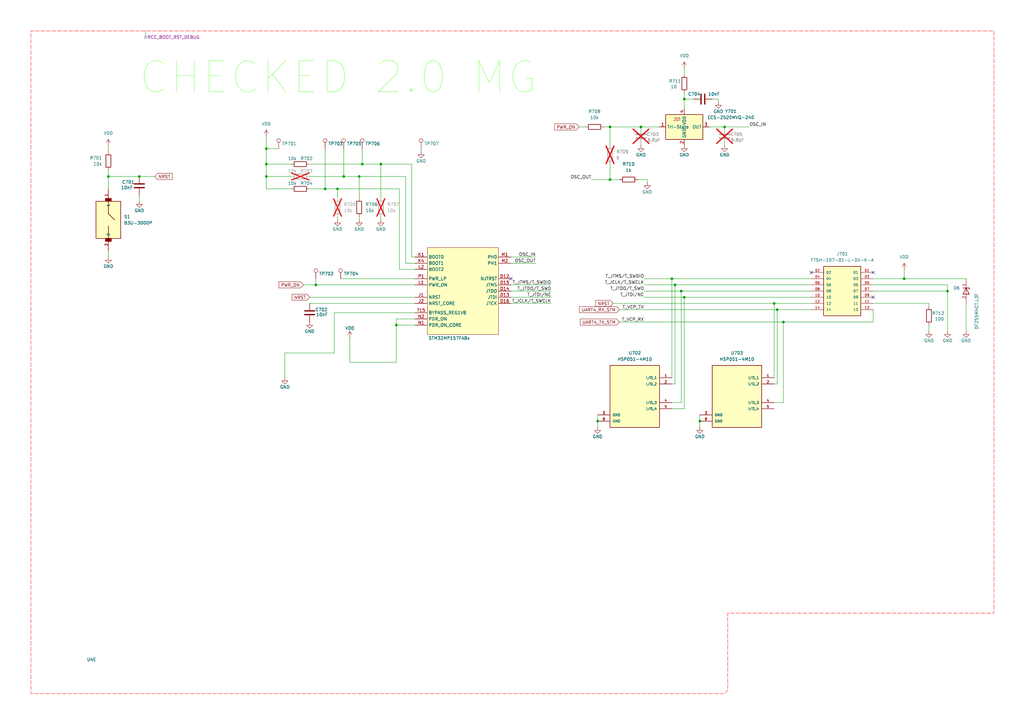
<source format=kicad_sch>
(kicad_sch (version 20250114) (generator "eeschema") (generator_version "9.0")
  (paper "A3")
  (title_block (company "COMPANY_NAME") (comment 1 "Author: Mykola Grodskyi") (comment 2 "Copyright © 2025 Mykola Grodskyi.") (comment 3 "Licensed under CERN-OHL-S v2 (see LICENSE for details)") (comment 4 "PROVIDED \"AS IS\" WITHOUT WARRANTY OF ANY KIND") (comment 5 "Source: github.com/"))
  (text "CHECKED 2.0 MG\n" (at 138.684 32.004 0) (effects (font (size 12.7 12.7))))
  (junction (at 297.18 52.07))
  (junction (at 140.97 72.39))
  (junction (at 321.31 132.08))
  (junction (at 148.59 67.31))
  (junction (at 275.59 114.3))
  (junction (at 109.22 72.39))
  (junction (at 129.54 116.84))
  (junction (at 317.5 124.46))
  (junction (at 138.43 77.47))
  (junction (at 262.89 52.07))
  (junction (at 133.35 77.47))
  (junction (at 287.02 172.72))
  (junction (at 109.22 60.96))
  (junction (at 245.11 172.72))
  (junction (at 250.19 73.66))
  (junction (at 162.56 133.35))
  (junction (at 388.62 119.38))
  (junction (at 280.67 121.92))
  (junction (at 156.21 67.31))
  (junction (at 370.84 114.3))
  (junction (at 250.19 52.07))
  (junction (at 109.22 67.31))
  (junction (at 57.15 72.39))
  (junction (at 44.45 72.39))
  (junction (at 280.67 40.64))
  (junction (at 279.4 119.38))
  (junction (at 147.32 72.39))
  (junction (at 276.86 116.84))
  (junction (at 318.77 127))
  (no_connect (at 209.55 114.3))
  (no_connect (at 358.14 121.92))
  (no_connect (at 358.14 111.76))
  (no_connect (at 332.74 111.76))
  (wire (pts (xy 264.16 116.84) (xy 276.86 116.84)))
  (wire (pts (xy 250.19 67.31) (xy 250.19 73.66)))
  (wire (pts (xy 292.1 40.64) (xy 294.64 40.64)))
  (wire (pts (xy 317.5 157.48) (xy 318.77 157.48)))
  (wire (pts (xy 226.06 119.38) (xy 209.55 119.38)))
  (wire (pts (xy 388.62 119.38) (xy 388.62 116.84)))
  (wire (pts (xy 317.5 124.46) (xy 317.5 154.94)))
  (wire (pts (xy 127 67.31) (xy 148.59 67.31)))
  (wire (pts (xy 57.15 72.39) (xy 63.5 72.39)))
  (wire (pts (xy 247.65 52.07) (xy 250.19 52.07)))
  (wire (pts (xy 156.21 90.17) (xy 156.21 88.9)))
  (wire (pts (xy 264.16 121.92) (xy 280.67 121.92)))
  (wire (pts (xy 138.43 77.47) (xy 163.83 77.47)))
  (wire (pts (xy 137.16 144.78) (xy 137.16 128.27)))
  (wire (pts (xy 370.84 114.3) (xy 396.24 114.3)))
  (wire (pts (xy 170.18 110.49) (xy 163.83 110.49)))
  (wire (pts (xy 358.14 114.3) (xy 370.84 114.3)))
  (wire (pts (xy 264.16 119.38) (xy 279.4 119.38)))
  (wire (pts (xy 396.24 124.46) (xy 396.24 135.89)))
  (wire (pts (xy 116.84 144.78) (xy 116.84 154.94)))
  (wire (pts (xy 250.19 52.07) (xy 262.89 52.07)))
  (wire (pts (xy 275.59 114.3) (xy 332.74 114.3)))
  (wire (pts (xy 127 77.47) (xy 133.35 77.47)))
  (wire (pts (xy 254 127) (xy 318.77 127)))
  (wire (pts (xy 140.97 72.39) (xy 147.32 72.39)))
  (wire (pts (xy 321.31 132.08) (xy 358.14 132.08)))
  (wire (pts (xy 129.54 116.84) (xy 170.18 116.84)))
  (wire (pts (xy 254 73.66) (xy 250.19 73.66)))
  (wire (pts (xy 124.46 116.84) (xy 129.54 116.84)))
  (wire (pts (xy 162.56 130.81) (xy 162.56 133.35)))
  (wire (pts (xy 318.77 127) (xy 332.74 127)))
  (wire (pts (xy 44.45 72.39) (xy 44.45 77.47)))
  (wire (pts (xy 162.56 130.81) (xy 170.18 130.81)))
  (wire (pts (xy 275.59 114.3) (xy 275.59 154.94)))
  (wire (pts (xy 279.4 119.38) (xy 332.74 119.38)))
  (wire (pts (xy 137.16 128.27) (xy 170.18 128.27)))
  (wire (pts (xy 280.67 121.92) (xy 280.67 167.64)))
  (wire (pts (xy 245.11 170.18) (xy 245.11 172.72)))
  (wire (pts (xy 388.62 119.38) (xy 388.62 135.89)))
  (wire (pts (xy 162.56 133.35) (xy 162.56 148.59)))
  (wire (pts (xy 280.67 40.64) (xy 284.48 40.64)))
  (wire (pts (xy 381 135.89) (xy 381 133.35)))
  (wire (pts (xy 44.45 69.85) (xy 44.45 72.39)))
  (wire (pts (xy 280.67 38.1) (xy 280.67 40.64)))
  (wire (pts (xy 275.59 165.1) (xy 279.4 165.1)))
  (wire (pts (xy 166.37 107.95) (xy 170.18 107.95)))
  (wire (pts (xy 109.22 72.39) (xy 109.22 77.47)))
  (wire (pts (xy 163.83 110.49) (xy 163.83 77.47)))
  (wire (pts (xy 381 125.73) (xy 381 124.46)))
  (wire (pts (xy 275.59 167.64) (xy 280.67 167.64)))
  (wire (pts (xy 133.35 77.47) (xy 138.43 77.47)))
  (wire (pts (xy 226.06 121.92) (xy 209.55 121.92)))
  (wire (pts (xy 44.45 72.39) (xy 57.15 72.39)))
  (wire (pts (xy 358.14 119.38) (xy 388.62 119.38)))
  (wire (pts (xy 242.57 73.66) (xy 250.19 73.66)))
  (wire (pts (xy 147.32 72.39) (xy 147.32 81.28)))
  (wire (pts (xy 358.14 116.84) (xy 388.62 116.84)))
  (wire (pts (xy 287.02 170.18) (xy 287.02 172.72)))
  (wire (pts (xy 280.67 40.64) (xy 280.67 44.45)))
  (wire (pts (xy 321.31 132.08) (xy 321.31 165.1)))
  (wire (pts (xy 280.67 27.94) (xy 280.67 30.48)))
  (wire (pts (xy 109.22 67.31) (xy 119.38 67.31)))
  (wire (pts (xy 140.97 60.96) (xy 140.97 72.39)))
  (wire (pts (xy 147.32 72.39) (xy 166.37 72.39)))
  (wire (pts (xy 265.43 74.93) (xy 265.43 73.66)))
  (wire (pts (xy 370.84 110.49) (xy 370.84 114.3)))
  (wire (pts (xy 219.71 107.95) (xy 209.55 107.95)))
  (wire (pts (xy 156.21 67.31) (xy 156.21 81.28)))
  (wire (pts (xy 172.72 62.23) (xy 172.72 60.96)))
  (wire (pts (xy 166.37 72.39) (xy 166.37 107.95)))
  (wire (pts (xy 275.59 157.48) (xy 276.86 157.48)))
  (wire (pts (xy 318.77 127) (xy 318.77 157.48)))
  (wire (pts (xy 290.83 52.07) (xy 297.18 52.07)))
  (wire (pts (xy 358.14 124.46) (xy 381 124.46)))
  (wire (pts (xy 219.71 105.41) (xy 209.55 105.41)))
  (wire (pts (xy 109.22 60.96) (xy 109.22 67.31)))
  (wire (pts (xy 129.54 114.3) (xy 129.54 116.84)))
  (wire (pts (xy 280.67 121.92) (xy 332.74 121.92)))
  (wire (pts (xy 279.4 119.38) (xy 279.4 165.1)))
  (wire (pts (xy 358.14 132.08) (xy 358.14 127)))
  (wire (pts (xy 109.22 67.31) (xy 109.22 72.39)))
  (wire (pts (xy 162.56 133.35) (xy 170.18 133.35)))
  (wire (pts (xy 170.18 105.41) (xy 168.91 105.41)))
  (wire (pts (xy 287.02 172.72) (xy 287.02 175.26)))
  (wire (pts (xy 133.35 60.96) (xy 133.35 77.47)))
  (wire (pts (xy 148.59 67.31) (xy 156.21 67.31)))
  (wire (pts (xy 109.22 72.39) (xy 119.38 72.39)))
  (wire (pts (xy 317.5 165.1) (xy 321.31 165.1)))
  (wire (pts (xy 109.22 77.47) (xy 119.38 77.47)))
  (wire (pts (xy 44.45 59.69) (xy 44.45 62.23)))
  (wire (pts (xy 127 121.92) (xy 170.18 121.92)))
  (wire (pts (xy 143.51 148.59) (xy 162.56 148.59)))
  (wire (pts (xy 317.5 124.46) (xy 332.74 124.46)))
  (wire (pts (xy 139.7 114.3) (xy 170.18 114.3)))
  (wire (pts (xy 226.06 116.84) (xy 209.55 116.84)))
  (wire (pts (xy 276.86 116.84) (xy 332.74 116.84)))
  (wire (pts (xy 168.91 105.41) (xy 168.91 67.31)))
  (wire (pts (xy 143.51 138.43) (xy 143.51 148.59)))
  (wire (pts (xy 251.46 124.46) (xy 317.5 124.46)))
  (wire (pts (xy 264.16 114.3) (xy 275.59 114.3)))
  (wire (pts (xy 109.22 55.88) (xy 109.22 60.96)))
  (wire (pts (xy 138.43 90.17) (xy 138.43 88.9)))
  (wire (pts (xy 127 72.39) (xy 140.97 72.39)))
  (wire (pts (xy 57.15 82.55) (xy 57.15 80.01)))
  (wire (pts (xy 109.22 60.96) (xy 114.3 60.96)))
  (wire (pts (xy 44.45 105.41) (xy 44.45 102.87)))
  (wire (pts (xy 168.91 67.31) (xy 156.21 67.31)))
  (wire (pts (xy 147.32 90.17) (xy 147.32 88.9)))
  (wire (pts (xy 148.59 60.96) (xy 148.59 67.31)))
  (wire (pts (xy 254 132.08) (xy 321.31 132.08)))
  (wire (pts (xy 170.18 124.46) (xy 127 124.46)))
  (wire (pts (xy 250.19 52.07) (xy 250.19 59.69)))
  (wire (pts (xy 297.18 52.07) (xy 307.34 52.07)))
  (wire (pts (xy 116.84 144.78) (xy 137.16 144.78)))
  (wire (pts (xy 226.06 124.46) (xy 209.55 124.46)))
  (wire (pts (xy 138.43 77.47) (xy 138.43 81.28)))
  (wire (pts (xy 265.43 73.66) (xy 261.62 73.66)))
  (wire (pts (xy 237.49 52.07) (xy 240.03 52.07)))
  (wire (pts (xy 245.11 172.72) (xy 245.11 175.26)))
  (wire (pts (xy 276.86 116.84) (xy 276.86 157.48)))
  (wire (pts (xy 294.64 41.91) (xy 294.64 40.64)))
  (wire (pts (xy 262.89 52.07) (xy 270.51 52.07)))
  (label "OSC_OUT" (at 219.71 107.95 180))
  (label "T_JTDO{slash}T_SWO" (at 226.06 119.38 180))
  (label "T_VCP_TX" (at 264.16 127 180))
  (label "T_JTMS{slash}T_SWDIO" (at 226.06 116.84 180))
  (label "T_JTDI{slash}NC" (at 264.16 121.92 180))
  (label "T_JTDO{slash}T_SWO" (at 264.16 119.38 180))
  (label "T_JCLK{slash}T_SWCLK" (at 264.16 116.84 180))
  (label "T_JTMS{slash}T_SWDIO" (at 264.16 114.3 180))
  (label "OSC_IN" (at 219.71 105.41 180))
  (label "T_JCLK{slash}T_SWCLK" (at 226.06 124.46 180))
  (label "T_VCP_RX" (at 264.16 132.08 180))
  (label "T_JTDI{slash}NC" (at 226.06 121.92 180))
  (label "OSC_IN" (at 307.34 52.07 0))
  (label "OSC_OUT" (at 242.57 73.66 180))
  (global_label "UART4_TX_STM" (shape input) (at 254 132.08 180) (property "Intersheetrefs" "${INTERSHEET_REFS}" (effects (hide yes))))
  (global_label "PWR_ON" (shape input) (at 124.46 116.84 180) (property "Intersheetrefs" "${INTERSHEET_REFS}" (effects (hide yes))))
  (global_label "NRST" (shape input) (at 127 121.92 180) (property "Intersheetrefs" "${INTERSHEET_REFS}" (effects (hide yes))))
  (global_label "NRST" (shape input) (at 251.46 124.46 180) (property "Intersheetrefs" "${INTERSHEET_REFS}" (effects (hide yes))))
  (global_label "NRST" (shape input) (at 63.5 72.39 0) (property "Intersheetrefs" "${INTERSHEET_REFS}" (effects (hide yes))))
  (global_label "UART4_RX_STM" (shape input) (at 254 127 180) (property "Intersheetrefs" "${INTERSHEET_REFS}" (effects (hide yes))))
  (global_label "PWR_ON" (shape input) (at 237.49 52.07 180) (property "Intersheetrefs" "${INTERSHEET_REFS}" (effects (hide yes))))
  (rule_area (polyline (pts (xy 407.67 12.7) (xy 407.67 251.46) (xy 298.45 251.46) (xy 298.45 283.21) (xy 297.18 284.48) (xy 12.7 284.48) (xy 12.7 12.7)) (stroke (width 0) (type dash))))
  (netclass_flag "" (length 2.54) (shape round) (at 59.69 12.7 180) (property "Netclass" "RCC_BOOT_RST_DEBUG" (at 60.3885 15.24 0) (effects (justify left))))
  (symbol (lib_id "Connector:TestPoint") (at 148.59 60.96 0) (unit 1)
    (property "Reference" "TP706" (at 149.86 58.928 0) (effects (justify left)))
    (property "Value" "TestPoint" (effects (hide yes)))
    (property "Footprint" "lib:TP_0.5" (effects (hide yes)))
    (property "Description" "test point" (effects (hide yes)))
  )
  (symbol (lib_id "Connector:TestPoint") (at 129.54 114.3 0) (unit 1)
    (property "Reference" "TP702" (at 130.81 112.268 0) (effects (justify left)))
    (property "Value" "TestPoint" (effects (hide yes)))
    (property "Footprint" "lib:TP_0.5" (effects (hide yes)))
    (property "Description" "test point" (effects (hide yes)))
  )
  (symbol (lib_id "Device:R") (at 257.81 73.66 90) (unit 1)
    (property "Reference" "R710" (at 257.81 67.31 90))
    (property "Value" "1k" (at 257.81 69.85 90))
    (property "Footprint" "Resistor_SMD:R_0402_1005Metric" (effects (hide yes)))
    (property "Description" "Resistor" (effects (hide yes)))
    (property "LCSC Part #" "C11702" (effects (hide yes)))
  )
  (symbol (lib_id "PTVS3V3S1UR:PTVS3V3S1UR") (at 396.24 119.38 90) (mirror x) (unit 1)
    (property "Reference" "D6" (at 393.7 118.1099 90) (effects (justify left)))
    (property "Value" "DF2S5M4CT,L3F" (at 400.558 120.142 0) (effects (justify left)))
    (property "Footprint" "Diode_SMD:D_SOD-882" (effects (hide yes)))
    (property "MF" "NXP Semiconductors" (effects (hide yes)))
    (property "Package" "None" (effects (hide yes)))
    (property "Price" "None" (effects (hide yes)))
    (property "Check_prices" "https://www.snapeda.com/parts/PTVS3V3S1UR/NXP+Semiconductors/view-part/?ref=eda" (effects (hide yes)))
    (property "STANDARD" "Manufacturer Recommendations" (effects (hide yes)))
    (property "PARTREV" "Rev. 3" (effects (hide yes)))
    (property "SnapEDA_Link" "https://www.snapeda.com/parts/PTVS3V3S1UR/NXP+Semiconductors/view-part/?ref=snap" (effects (hide yes)))
    (property "Description_1" "TVS Diode Single Uni-Dir 3.3V 400W Automotive 2-Pin SOD-123W T/R" (effects (hide yes)))
    (property "Availability" "In Stock" (effects (hide yes)))
    (property "MANUFACTURER" "Nexperia" (effects (hide yes)))
    (property "LCSC Part #" "C556302" (effects (hide yes)))
  )
  (symbol (lib_id "power:GND") (at 294.64 41.91 0) (unit 1)
    (property "Reference" "#PWR0717" (effects (hide yes)))
    (property "Value" "GND" (at 294.64 45.72 0))
    (property "Description" "Power symbol creates a global label with name \"GND\" , ground" (effects (hide yes)))
  )
  (symbol (lib_id "power:GND") (at 388.62 135.89 0) (mirror y) (unit 1)
    (property "Reference" "#PWR0721" (effects (hide yes)))
    (property "Value" "GND" (at 388.62 139.7 0))
    (property "Description" "Power symbol creates a global label with name \"GND\" , ground" (effects (hide yes)))
  )
  (symbol (lib_id "HSP051-4M10:HSP051-4M10") (at 260.35 162.56 0) (mirror y) (unit 1)
    (property "Reference" "U702" (at 260.35 144.78 0))
    (property "Value" "HSP051-4M10" (at 260.35 147.32 0))
    (property "Footprint" "lib:IC_HSP051-4M10" (effects (hide yes)))
    (property "MF" "STMicroelectronics" (effects (hide yes)))
    (property "MAXIMUM_PACKAGE_HEIGHT" "0.5mm" (effects (hide yes)))
    (property "Package" "UQFN-10 STMicroelectronics" (effects (hide yes)))
    (property "Description_1" "10V Clamp 1A (8/20µs) Ipp Tvs Diode Surface Mount 10-UQFN (2.5x1)" (effects (hide yes)))
    (property "MANUFACTURER" "STMicroelectronics" (effects (hide yes)))
    (property "Mouser P/N" "511-HSP051-4M10" (effects (hide yes)))
    (property "LCSC Part #" "C1973641" (effects (hide yes)))
    (property "REC P/N" " HSP051-4M10" (effects (hide yes)))
  )
  (symbol (lib_id "power:GND") (at 297.18 59.69 0) (unit 1)
    (property "Reference" "#PWR0718" (effects (hide yes)))
    (property "Value" "GND" (at 297.18 63.5 0))
    (property "Description" "Power symbol creates a global label with name \"GND\" , ground" (effects (hide yes)))
  )
  (symbol (lib_id "Device:R") (at 44.45 66.04 0) (mirror x) (unit 1)
    (property "Reference" "R701" (at 41.91 64.7699 0) (effects (justify right)))
    (property "Value" "10k" (at 41.91 67.3099 0) (effects (justify right)))
    (property "Footprint" "Resistor_SMD:R_0402_1005Metric" (effects (hide yes)))
    (property "Description" "Resistor" (effects (hide yes)))
    (property "LCSC Part #" "C25744" (effects (hide yes)))
  )
  (symbol (lib_id "Device:R") (at 147.32 85.09 0) (unit 1)
    (property "Reference" "R706" (at 149.86 83.8199 0) (effects (justify left)))
    (property "Value" "10k" (at 149.86 86.3599 0) (effects (justify left)))
    (property "Footprint" "Resistor_SMD:R_0402_1005Metric" (effects (hide yes)))
    (property "Description" "Resistor" (effects (hide yes)))
    (property "LCSC Part #" "C25744" (effects (hide yes)))
  )
  (symbol (lib_id "power:+36V") (at 280.67 27.94 0) (unit 1)
    (property "Reference" "#PWR0714" (effects (hide yes)))
    (property "Value" "VDD" (at 280.67 22.86 0))
    (property "Description" "Power symbol creates a global label with name \"+36V\"" (effects (hide yes)))
  )
  (symbol (lib_id "power:+36V") (at 370.84 110.49 0) (mirror y) (unit 1)
    (property "Reference" "#PWR0719" (effects (hide yes)))
    (property "Value" "VDD" (at 370.84 105.41 0))
    (property "Description" "Power symbol creates a global label with name \"+36V\"" (effects (hide yes)))
  )
  (symbol (lib_id "power:GND") (at 116.84 154.94 0) (unit 1)
    (property "Reference" "#PWR0704" (effects (hide yes)))
    (property "Value" "GND" (at 116.84 158.75 0))
    (property "Description" "Power symbol creates a global label with name \"GND\" , ground" (effects (hide yes)))
  )
  (symbol (lib_id "Connector:TestPoint") (at 133.35 60.96 0) (unit 1)
    (property "Reference" "TP703" (at 134.62 58.928 0) (effects (justify left)))
    (property "Value" "TestPoint" (effects (hide yes)))
    (property "Footprint" "lib:TP_0.5" (effects (hide yes)))
    (property "Description" "test point" (effects (hide yes)))
  )
  (symbol (lib_id "Device:R") (at 250.19 63.5 180) (unit 1) (dnp yes)
    (property "Reference" "R709" (at 252.73 62.2299 0) (effects (justify right)))
    (property "Value" "0" (at 252.73 64.7699 0) (effects (justify right)))
    (property "Footprint" "Resistor_SMD:R_0402_1005Metric" (effects (hide yes)))
    (property "Description" "Resistor" (effects (hide yes)))
    (property "LCSC Part #" "C17168" (effects (hide yes)))
  )
  (symbol (lib_id "Oscillator:ECS-2520MV-xxx-xx") (at 280.67 52.07 0) (unit 1)
    (property "Reference" "Y701" (at 299.72 45.6498 0))
    (property "Value" "ECS-2520MVQ-240" (at 299.72 48.1898 0))
    (property "Footprint" "Oscillator:Oscillator_SMD_ECS_2520MV-xxx-xx-4Pin_2.5x2.0mm" (effects (hide yes)))
    (property "Datasheet" "https://www.ecsxtal.com/store/pdf/ECS-2520MV.pdf" (effects (hide yes)))
    (property "Description" "HCMOS Crystal Clock Oscillator, 2.5x2.0 mm SMD" (effects (hide yes)))
    (property "Mouser P/N" "520-E2520MVQ240BSTR" (effects (hide yes)))
    (property "REC P/N" "ECS-2520MVQ-240-BS-TR" (effects (hide yes)))
  )
  (symbol (lib_id "power:+36V") (at 44.45 59.69 0) (mirror y) (unit 1)
    (property "Reference" "#PWR0701" (effects (hide yes)))
    (property "Value" "VDD" (at 44.45 54.61 0))
    (property "Description" "Power symbol creates a global label with name \"+36V\"" (effects (hide yes)))
  )
  (symbol (lib_id "Device:R") (at 156.21 85.09 180) (unit 1) (dnp yes)
    (property "Reference" "R707" (at 158.75 83.8199 0) (effects (justify right)))
    (property "Value" "10k" (at 158.75 86.3599 0) (effects (justify right)))
    (property "Footprint" "Resistor_SMD:R_0402_1005Metric" (effects (hide yes)))
    (property "Description" "Resistor" (effects (hide yes)))
    (property "LCSC Part #" "C25744" (effects (hide yes)))
  )
  (symbol (lib_id "HSP051-4M10:HSP051-4M10") (at 302.26 162.56 0) (mirror y) (unit 1)
    (property "Reference" "U703" (at 302.26 144.78 0))
    (property "Value" "HSP051-4M10" (at 302.26 147.32 0))
    (property "Footprint" "lib:IC_HSP051-4M10" (effects (hide yes)))
    (property "MF" "STMicroelectronics" (effects (hide yes)))
    (property "MAXIMUM_PACKAGE_HEIGHT" "0.5mm" (effects (hide yes)))
    (property "Package" "UQFN-10 STMicroelectronics" (effects (hide yes)))
    (property "Description_1" "10V Clamp 1A (8/20µs) Ipp Tvs Diode Surface Mount 10-UQFN (2.5x1)" (effects (hide yes)))
    (property "MANUFACTURER" "STMicroelectronics" (effects (hide yes)))
    (property "Mouser P/N" "511-HSP051-4M10" (effects (hide yes)))
    (property "LCSC Part #" "C1973641" (effects (hide yes)))
    (property "REC P/N" " HSP051-4M10" (effects (hide yes)))
  )
  (symbol (lib_id "power:GND") (at 138.43 90.17 0) (unit 1)
    (property "Reference" "#PWR0706" (effects (hide yes)))
    (property "Value" "GND" (at 138.43 93.98 0))
    (property "Description" "Power symbol creates a global label with name \"GND\" , ground" (effects (hide yes)))
  )
  (symbol (lib_id "power:GND") (at 147.32 90.17 0) (unit 1)
    (property "Reference" "#PWR0708" (effects (hide yes)))
    (property "Value" "GND" (at 147.32 93.98 0))
    (property "Description" "Power symbol creates a global label with name \"GND\" , ground" (effects (hide yes)))
  )
  (symbol (lib_id "Device:R") (at 243.84 52.07 90) (unit 1)
    (property "Reference" "R708" (at 243.84 45.72 90))
    (property "Value" "10k" (at 243.84 48.26 90))
    (property "Footprint" "Resistor_SMD:R_0402_1005Metric" (effects (hide yes)))
    (property "Description" "Resistor" (effects (hide yes)))
    (property "LCSC Part #" "C25744" (effects (hide yes)))
  )
  (symbol (lib_id "Device:R") (at 280.67 34.29 180) (unit 1)
    (property "Reference" "R711" (at 276.86 33.274 0))
    (property "Value" "10" (at 276.352 35.56 0))
    (property "Footprint" "Resistor_SMD:R_0402_1005Metric" (effects (hide yes)))
    (property "Description" "Resistor" (effects (hide yes)))
    (property "LCSC Part #" "C25077" (effects (hide yes)))
  )
  (symbol (lib_id "power:+36V") (at 143.51 138.43 0) (mirror y) (unit 1)
    (property "Reference" "#PWR0707" (effects (hide yes)))
    (property "Value" "VDD" (at 143.51 134.62 0))
    (property "Description" "Power symbol creates a global label with name \"+36V\"" (effects (hide yes)))
  )
  (symbol (lib_id "Connector:TestPoint") (at 114.3 60.96 0) (unit 1)
    (property "Reference" "TP701" (at 115.57 58.928 0) (effects (justify left)))
    (property "Value" "TestPoint" (effects (hide yes)))
    (property "Footprint" "lib:TP_0.5" (effects (hide yes)))
    (property "Description" "test point" (effects (hide yes)))
  )
  (symbol (lib_id "Connector:TestPoint") (at 172.72 60.96 0) (unit 1)
    (property "Reference" "TP707" (at 173.99 58.928 0) (effects (justify left)))
    (property "Value" "TestPoint" (effects (hide yes)))
    (property "Footprint" "lib:TP_0.5" (effects (hide yes)))
    (property "Description" "test point" (effects (hide yes)))
  )
  (symbol (lib_id "Device:R") (at 138.43 85.09 180) (unit 1) (dnp yes)
    (property "Reference" "R705" (at 140.97 83.8199 0) (effects (justify right)))
    (property "Value" "10k" (at 140.97 86.3599 0) (effects (justify right)))
    (property "Footprint" "Resistor_SMD:R_0402_1005Metric" (effects (hide yes)))
    (property "Description" "Resistor" (effects (hide yes)))
    (property "LCSC Part #" "C25744" (effects (hide yes)))
  )
  (symbol (lib_id "power:GND") (at 381 135.89 0) (mirror y) (unit 1)
    (property "Reference" "#PWR0720" (effects (hide yes)))
    (property "Value" "GND" (at 381 139.7 0))
    (property "Description" "Power symbol creates a global label with name \"GND\" , ground" (effects (hide yes)))
  )
  (symbol (lib_id "power:GND") (at 262.89 59.69 0) (unit 1)
    (property "Reference" "#PWR0712" (effects (hide yes)))
    (property "Value" "GND" (at 262.89 63.5 0))
    (property "Description" "Power symbol creates a global label with name \"GND\" , ground" (effects (hide yes)))
  )
  (symbol (lib_id "Device:C") (at 57.15 76.2 0) (mirror x) (unit 1)
    (property "Reference" "C701" (at 52.578 74.676 0))
    (property "Value" "10nF" (at 52.07 76.962 0))
    (property "Footprint" "lib:C_0402_small" (effects (hide yes)))
    (property "Description" "Unpolarized capacitor" (effects (hide yes)))
    (property "Mouser P/N" "81-GRM155R71C103KA1J" (effects (hide yes)))
    (property "LCSC Part #" "C15195" (effects (hide yes)))
    (property "REC P/N" " GRM155R71C103KA01J" (effects (hide yes)))
  )
  (symbol (lib_id "power:GND") (at 245.11 175.26 0) (mirror y) (unit 1)
    (property "Reference" "#PWR0711" (effects (hide yes)))
    (property "Value" "GND" (at 245.11 179.07 0))
    (property "Description" "Power symbol creates a global label with name \"GND\" , ground" (effects (hide yes)))
  )
  (symbol (lib_id "power:GND") (at 156.21 90.17 0) (unit 1)
    (property "Reference" "#PWR0709" (effects (hide yes)))
    (property "Value" "GND" (at 156.21 93.98 0))
    (property "Description" "Power symbol creates a global label with name \"GND\" , ground" (effects (hide yes)))
  )
  (symbol (lib_id "power:+36V") (at 109.22 55.88 0) (mirror y) (unit 1)
    (property "Reference" "#PWR0703" (effects (hide yes)))
    (property "Value" "VDD" (at 109.22 50.8 0))
    (property "Description" "Power symbol creates a global label with name \"+36V\"" (effects (hide yes)))
  )
  (symbol (lib_id "power:GND") (at 127 132.08 0) (unit 1)
    (property "Reference" "#PWR0705" (effects (hide yes)))
    (property "Value" "GND" (at 127 135.89 0))
    (property "Description" "Power symbol creates a global label with name \"GND\" , ground" (effects (hide yes)))
  )
  (symbol (lib_id "Device:R") (at 381 129.54 0) (mirror x) (unit 1)
    (property "Reference" "R712" (at 384.81 128.524 0))
    (property "Value" "100" (at 385.318 130.81 0))
    (property "Footprint" "Resistor_SMD:R_0402_1005Metric" (effects (hide yes)))
    (property "Description" "Resistor" (effects (hide yes)))
    (property "LCSC Part #" "C25076" (effects (hide yes)))
  )
  (symbol (lib_id "Device:R") (at 123.19 67.31 270) (unit 1)
    (property "Reference" "R702" (at 125.73 65.024 90))
    (property "Value" "10k" (at 119.888 65.024 90))
    (property "Footprint" "Resistor_SMD:R_0402_1005Metric" (effects (hide yes)))
    (property "Description" "Resistor" (effects (hide yes)))
    (property "LCSC Part #" "C25744" (effects (hide yes)))
  )
  (symbol (lib_id "B3U-3000P:B3U-3000P") (at 44.45 90.17 90) (unit 1)
    (property "Reference" "S1" (at 50.8 88.9076 90) (effects (justify right)))
    (property "Value" "B3U-3000P" (at 50.8 91.4476 90) (effects (justify right)))
    (property "Footprint" "lib:SW_B3U-3000P" (effects (hide yes)))
    (property "MANUFACTURER" "Omron" (effects (hide yes)))
  )
  (symbol (lib_id "New_Library:STM32MP157FABx") (at 191.77 113.03 0) (unit 5)
    (property "Reference" "U4" (at 35.56 270.51 0) (effects (justify left)))
    (property "Value" "STM32MP157FABx" (at 192.786 138.684 0) (effects (justify right)))
    (property "Footprint" "lib:ST_LFBGA-354_16x16mm_Layout19x19_P0.8mm" (effects (hide yes)))
    (property "Datasheet" "https://www.st.com/resource/en/datasheet/stm32mp157f.pdf" (effects (hide yes)))
    (property "Description" "STMicroelectronics Arm Cortex-A7 MCU, 0KB flash, 708KB RAM, 98 GPIO, LFBGA354" (effects (hide yes)))
    (property "LCSC Part #" "C1236734" (effects (hide yes)))
  )
  (symbol (lib_id "Connector:TestPoint") (at 139.7 114.3 0) (unit 1)
    (property "Reference" "TP704" (at 140.97 112.268 0) (effects (justify left)))
    (property "Value" "TestPoint" (effects (hide yes)))
    (property "Footprint" "lib:TP_0.5" (effects (hide yes)))
    (property "Description" "test point" (effects (hide yes)))
  )
  (symbol (lib_id "FTSH-107-01-L-DV-K-A:FTSH-107-01-L-DV-K-A") (at 345.44 119.38 0) (mirror y) (unit 1)
    (property "Reference" "J701" (at 345.45 104.14 0))
    (property "Value" "FTSH-107-01-L-DV-K-A" (at 345.45 106.68 0))
    (property "Footprint" "lib:SAMTEC_FTSH-107-01-L-DV-K-A" (effects (hide yes)))
    (property "MF" "Samtec Inc." (effects (hide yes)))
    (property "MAXIMUM_PACKAGE_HEIGHT" "6.23mm" (effects (hide yes)))
    (property "Package" "None" (effects (hide yes)))
    (property "Price" "None" (effects (hide yes)))
    (property "Check_prices" "https://www.snapeda.com/parts/FTSH-107-01-L-DV-K-A/Samtec+Inc./view-part/?ref=eda" (effects (hide yes)))
    (property "STANDARD" "Manufacturer Recommendation" (effects (hide yes)))
    (property "PARTREV" "H" (effects (hide yes)))
    (property "SnapEDA_Link" "https://www.snapeda.com/parts/FTSH-107-01-L-DV-K-A/Samtec+Inc./view-part/?ref=snap" (effects (hide yes)))
    (property "MP" "FTSH-107-01-L-DV-K-A" (effects (hide yes)))
    (property "Description_1" "Connector Header Surface Mount 14 position 0.050 (1.27mm)" (effects (hide yes)))
    (property "Availability" "In Stock" (effects (hide yes)))
    (property "MANUFACTURER" "Samtec" (effects (hide yes)))
  )
  (symbol (lib_id "power:GND") (at 287.02 175.26 0) (mirror y) (unit 1)
    (property "Reference" "#PWR0716" (effects (hide yes)))
    (property "Value" "GND" (at 287.02 179.07 0))
    (property "Description" "Power symbol creates a global label with name \"GND\" , ground" (effects (hide yes)))
  )
  (symbol (lib_id "Device:C") (at 127 128.27 180) (unit 1)
    (property "Reference" "C702" (at 131.826 127 0))
    (property "Value" "10nF" (at 132.08 129.032 0))
    (property "Footprint" "lib:C_0402_small" (effects (hide yes)))
    (property "Description" "Unpolarized capacitor" (effects (hide yes)))
    (property "Mouser P/N" "81-GRM155R71C103KA1J" (effects (hide yes)))
    (property "LCSC Part #" "C15195" (effects (hide yes)))
    (property "REC P/N" " GRM155R71C103KA01J" (effects (hide yes)))
  )
  (symbol (lib_id "Connector:TestPoint") (at 140.97 60.96 0) (unit 1)
    (property "Reference" "TP705" (at 142.24 58.928 0) (effects (justify left)))
    (property "Value" "TestPoint" (effects (hide yes)))
    (property "Footprint" "lib:TP_0.5" (effects (hide yes)))
    (property "Description" "test point" (effects (hide yes)))
  )
  (symbol (lib_id "power:GND") (at 57.15 82.55 0) (mirror y) (unit 1)
    (property "Reference" "#PWR018" (effects (hide yes)))
    (property "Value" "GND" (at 57.15 86.36 0))
    (property "Description" "Power symbol creates a global label with name \"GND\" , ground" (effects (hide yes)))
  )
  (symbol (lib_id "power:GND") (at 396.24 135.89 0) (mirror y) (unit 1)
    (property "Reference" "#PWR027" (effects (hide yes)))
    (property "Value" "GND" (at 396.24 139.7 0))
    (property "Description" "Power symbol creates a global label with name \"GND\" , ground" (effects (hide yes)))
  )
  (symbol (lib_id "Device:R") (at 123.19 77.47 270) (unit 1)
    (property "Reference" "R704" (at 125.73 75.184 90))
    (property "Value" "10k" (at 119.888 75.184 90))
    (property "Footprint" "Resistor_SMD:R_0402_1005Metric" (effects (hide yes)))
    (property "Description" "Resistor" (effects (hide yes)))
    (property "LCSC Part #" "C25744" (effects (hide yes)))
  )
  (symbol (lib_id "Device:C") (at 297.18 55.88 180) (unit 1) (dnp yes)
    (property "Reference" "C705" (at 302.006 55.118 0))
    (property "Value" "6.8pF" (at 302.514 57.404 0))
    (property "Footprint" "lib:C_0402_small" (effects (hide yes)))
    (property "Description" "Unpolarized capacitor" (effects (hide yes)))
    (property "LCSC Part #" "C88896" (effects (hide yes)))
  )
  (symbol (lib_id "Device:R") (at 123.19 72.39 270) (unit 1) (dnp yes)
    (property "Reference" "R703" (at 125.73 70.104 90))
    (property "Value" "10k" (at 119.888 70.104 90))
    (property "Footprint" "Resistor_SMD:R_0402_1005Metric" (effects (hide yes)))
    (property "Description" "Resistor" (effects (hide yes)))
    (property "LCSC Part #" "C25744" (effects (hide yes)))
  )
  (symbol (lib_id "power:GND") (at 172.72 62.23 0) (unit 1)
    (property "Reference" "#PWR0710" (effects (hide yes)))
    (property "Value" "GND" (at 172.72 66.04 0))
    (property "Description" "Power symbol creates a global label with name \"GND\" , ground" (effects (hide yes)))
  )
  (symbol (lib_id "power:GND") (at 44.45 105.41 0) (mirror y) (unit 1)
    (property "Reference" "#PWR0702" (effects (hide yes)))
    (property "Value" "GND" (at 44.45 109.22 0))
    (property "Description" "Power symbol creates a global label with name \"GND\" , ground" (effects (hide yes)))
  )
  (symbol (lib_id "power:GND") (at 265.43 74.93 0) (unit 1)
    (property "Reference" "#PWR0713" (effects (hide yes)))
    (property "Value" "GND" (at 265.43 78.74 0))
    (property "Description" "Power symbol creates a global label with name \"GND\" , ground" (effects (hide yes)))
  )
  (symbol (lib_id "power:GND") (at 280.67 59.69 0) (unit 1)
    (property "Reference" "#PWR0715" (effects (hide yes)))
    (property "Value" "GND" (at 280.67 63.5 0))
    (property "Description" "Power symbol creates a global label with name \"GND\" , ground" (effects (hide yes)))
  )
  (symbol (lib_id "Device:C") (at 288.29 40.64 90) (unit 1)
    (property "Reference" "C704" (at 284.734 38.608 90))
    (property "Value" "10nF" (at 292.862 38.608 90))
    (property "Footprint" "lib:C_0402_small" (effects (hide yes)))
    (property "Description" "Unpolarized capacitor" (effects (hide yes)))
    (property "Mouser P/N" "81-GRM155R71C103KA1J" (effects (hide yes)))
    (property "LCSC Part #" "C15195" (effects (hide yes)))
    (property "REC P/N" " GRM155R71C103KA01J" (effects (hide yes)))
  )
  (symbol (lib_id "Device:C") (at 262.89 55.88 180) (unit 1) (dnp yes)
    (property "Reference" "C703" (at 267.716 55.118 0))
    (property "Value" "6.8pF" (at 268.224 57.404 0))
    (property "Footprint" "lib:C_0402_small" (effects (hide yes)))
    (property "Description" "Unpolarized capacitor" (effects (hide yes)))
    (property "LCSC Part #" "C88896" (effects (hide yes)))
  )
)
</source>
